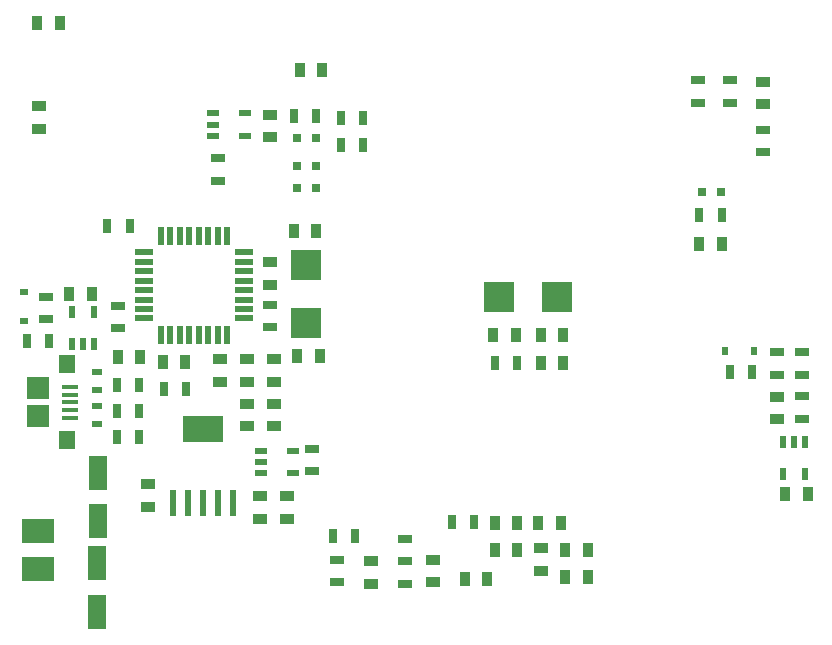
<source format=gtp>
G04 Layer_Color=8421504*
%FSLAX44Y44*%
%MOMM*%
G71*
G01*
G75*
%ADD10R,2.6000X2.5000*%
%ADD11R,2.5000X2.6000*%
%ADD12R,1.0000X0.5500*%
%ADD13R,0.5500X1.0000*%
%ADD14R,0.6000X2.2000*%
%ADD15R,3.5000X2.2000*%
%ADD16R,0.5500X1.5000*%
%ADD17R,1.5000X0.5500*%
%ADD18R,2.7000X2.0000*%
%ADD20R,1.3000X0.9000*%
%ADD21R,0.9000X1.3000*%
%ADD22R,0.8000X0.8000*%
%ADD23R,1.6000X3.0000*%
%ADD24R,1.3500X0.4000*%
%ADD25R,1.4000X1.6000*%
%ADD26R,1.9000X1.9000*%
%ADD27R,0.6858X0.5588*%
%ADD28R,0.5588X0.6858*%
%ADD29R,1.3000X0.7000*%
%ADD30R,0.7000X1.3000*%
%ADD31R,0.9000X0.6000*%
D10*
X249000Y317500D02*
D03*
Y268500D02*
D03*
D11*
X412500Y290000D02*
D03*
X461500D02*
D03*
D12*
X238000Y141000D02*
D03*
Y160000D02*
D03*
X211000Y141000D02*
D03*
Y150500D02*
D03*
Y160000D02*
D03*
X197500Y426500D02*
D03*
Y445500D02*
D03*
X170500Y426500D02*
D03*
Y436000D02*
D03*
Y445500D02*
D03*
D13*
X652500Y140500D02*
D03*
X671500D02*
D03*
X652500Y167500D02*
D03*
X662000D02*
D03*
X671500D02*
D03*
X69500Y277500D02*
D03*
X50500D02*
D03*
X69500Y250500D02*
D03*
X60000D02*
D03*
X50500D02*
D03*
D14*
X136600Y116000D02*
D03*
X149300D02*
D03*
X162000D02*
D03*
X174700D02*
D03*
X187400D02*
D03*
D15*
X162000Y178000D02*
D03*
D16*
X182000Y258000D02*
D03*
X174000D02*
D03*
X166000D02*
D03*
X158000D02*
D03*
X150000D02*
D03*
X142000D02*
D03*
X134000D02*
D03*
X126000D02*
D03*
Y342000D02*
D03*
X134000D02*
D03*
X142000D02*
D03*
X150000D02*
D03*
X158000D02*
D03*
X166000D02*
D03*
X174000D02*
D03*
X182000D02*
D03*
D17*
X112000Y272000D02*
D03*
Y280000D02*
D03*
Y288000D02*
D03*
Y296000D02*
D03*
Y304000D02*
D03*
Y312000D02*
D03*
Y320000D02*
D03*
Y328000D02*
D03*
X196000D02*
D03*
Y320000D02*
D03*
Y312000D02*
D03*
Y304000D02*
D03*
Y296000D02*
D03*
Y288000D02*
D03*
Y280000D02*
D03*
Y272000D02*
D03*
D18*
X22000Y60000D02*
D03*
Y92000D02*
D03*
D20*
X448000Y77500D02*
D03*
Y58500D02*
D03*
X199000Y199500D02*
D03*
Y180500D02*
D03*
X233000Y102500D02*
D03*
Y121500D02*
D03*
X648000Y205500D02*
D03*
Y186500D02*
D03*
X222000Y180500D02*
D03*
Y199500D02*
D03*
X218000Y444500D02*
D03*
Y425500D02*
D03*
X356000Y48500D02*
D03*
Y67500D02*
D03*
X304000Y47500D02*
D03*
Y66500D02*
D03*
X210000Y102500D02*
D03*
Y121500D02*
D03*
X115000Y112500D02*
D03*
Y131500D02*
D03*
X636000Y472500D02*
D03*
Y453500D02*
D03*
X23000Y432500D02*
D03*
Y451500D02*
D03*
X176000Y237500D02*
D03*
Y218500D02*
D03*
X218000Y300500D02*
D03*
Y319500D02*
D03*
X199000Y237500D02*
D03*
Y218500D02*
D03*
X222000Y218500D02*
D03*
Y237500D02*
D03*
D21*
X487500Y53000D02*
D03*
X468500D02*
D03*
X581750Y335250D02*
D03*
X600750D02*
D03*
X89500Y239000D02*
D03*
X108500D02*
D03*
X48500Y293000D02*
D03*
X67500D02*
D03*
X654500Y123000D02*
D03*
X673500D02*
D03*
X447500Y258000D02*
D03*
X466500D02*
D03*
X426500D02*
D03*
X407500D02*
D03*
X445500Y99000D02*
D03*
X464500D02*
D03*
X427500D02*
D03*
X408500D02*
D03*
X427500Y76000D02*
D03*
X408500D02*
D03*
X243500Y482000D02*
D03*
X262500D02*
D03*
X466500Y234000D02*
D03*
X447500D02*
D03*
X487500Y76000D02*
D03*
X468500D02*
D03*
X21500Y522000D02*
D03*
X40500D02*
D03*
X383500Y51000D02*
D03*
X402500D02*
D03*
X241500Y240000D02*
D03*
X260500D02*
D03*
X238500Y346000D02*
D03*
X257500D02*
D03*
X127500Y235000D02*
D03*
X146500D02*
D03*
D22*
X257000Y382000D02*
D03*
X241000D02*
D03*
X257000Y401000D02*
D03*
X241000D02*
D03*
X257000Y425000D02*
D03*
X241000D02*
D03*
X600250Y379250D02*
D03*
X584250D02*
D03*
D23*
X72000Y64500D02*
D03*
Y23500D02*
D03*
X73000Y141500D02*
D03*
Y100500D02*
D03*
D24*
X48745Y214000D02*
D03*
Y207500D02*
D03*
Y201000D02*
D03*
Y194500D02*
D03*
Y188000D02*
D03*
D25*
X46495Y233000D02*
D03*
Y169000D02*
D03*
D26*
X21995Y189000D02*
D03*
Y213000D02*
D03*
D27*
X10000Y269808D02*
D03*
Y294192D02*
D03*
D28*
X603808Y244000D02*
D03*
X628192D02*
D03*
D29*
X174000Y407500D02*
D03*
Y388500D02*
D03*
X218000Y264500D02*
D03*
Y283500D02*
D03*
X608000Y473500D02*
D03*
Y454500D02*
D03*
X581000D02*
D03*
Y473500D02*
D03*
X636000Y431500D02*
D03*
Y412500D02*
D03*
X254000Y142500D02*
D03*
Y161500D02*
D03*
X648000Y243500D02*
D03*
Y224500D02*
D03*
X333000Y66500D02*
D03*
Y85500D02*
D03*
Y66500D02*
D03*
Y47500D02*
D03*
X90000Y263500D02*
D03*
Y282500D02*
D03*
X669000Y206000D02*
D03*
Y187000D02*
D03*
X29000Y271500D02*
D03*
Y290500D02*
D03*
X669000Y224500D02*
D03*
Y243500D02*
D03*
X275000Y67500D02*
D03*
Y48500D02*
D03*
D30*
X278250Y442000D02*
D03*
X297250D02*
D03*
Y419000D02*
D03*
X278250D02*
D03*
X99500Y350000D02*
D03*
X80500D02*
D03*
X107500Y216000D02*
D03*
X88500D02*
D03*
Y194000D02*
D03*
X107500D02*
D03*
Y172000D02*
D03*
X88500D02*
D03*
X391500Y100000D02*
D03*
X372500D02*
D03*
X238500Y443000D02*
D03*
X257500D02*
D03*
X427500Y234000D02*
D03*
X408500D02*
D03*
X581750Y359250D02*
D03*
X600750D02*
D03*
X31500Y253000D02*
D03*
X12500D02*
D03*
X271500Y88000D02*
D03*
X290500D02*
D03*
X128500Y212000D02*
D03*
X147500D02*
D03*
X607500Y227000D02*
D03*
X626500D02*
D03*
D31*
X72000Y211500D02*
D03*
Y226500D02*
D03*
Y182500D02*
D03*
Y197500D02*
D03*
M02*

</source>
